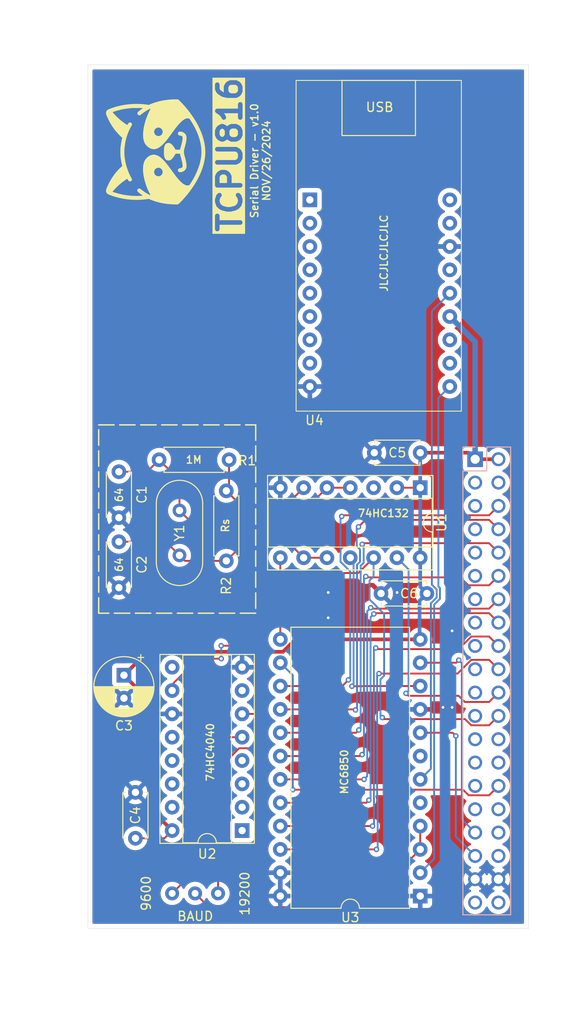
<source format=kicad_pcb>
(kicad_pcb (version 20240108) (generator "pcbnew") (generator_version "8.0")
  (layers (0 "F.Cu" jumper "Front") (31 "B.Cu" signal "Back") (34 "B.Paste" user) (35 "F.Paste" user) (36 "B.SilkS" user "B.Silkscreen") (37 "F.SilkS" user "F.Silkscreen") (38 "B.Mask" user) (39 "F.Mask" user) (44 "Edge.Cuts" user))
  (net 0 "")
  (net 1 "Net-(C1-Pad1)")
  (net 2 "GND")
  (net 3 "Net-(C2-Pad1)")
  (net 4 "+5V")
  (net 5 "/D2")
  (net 8 "/~{ED_WE}")
  (net 9 "/D6")
  (net 10 "/D4")
  (net 12 "/D5")
  (net 14 "/D7")
  (net 16 "/D1")
  (net 18 "/D3")
  (net 19 "/~{ED_OE}")
  (net 20 "/A1")
  (net 24 "/D0")
  (net 26 "/A0")
  (net 27 "Net-(R1-Pad2)")
  (net 28 "Net-(SW1-A)")
  (net 29 "Net-(SW1-B)")
  (net 30 "Net-(SW1-C)")
  (net 31 "Net-(U2-CLK)")
  (net 32 "Net-(U3-CS1)")
  (net 44 "Net-(U3-Tx_Data)")
  (net 47 "Net-(U3-Rx_Data)")
  (net 49 "/~{CLK_P2}")
  (footprint "Capacitor_THT:C_Disc_D4.7mm_W2.5mm_P5.00mm" (layer "F.Cu") (at 193.75 78.35 180)
    (property "Reference" "C6" (at 1.95 0 0) (layer "F.SilkS"))
    (property "Value" "100n")
    (pad "1" thru_hole circle (at 0 0 180) (size 1.6 1.6) (drill 0.8) (layers "*.Cu" "*.Mask") (net 4 "+5V"))
    (pad "2" thru_hole circle (at 5 0 180) (size 1.6 1.6) (drill 0.8) (layers "*.Cu" "*.Mask") (net 2 "GND"))
  )
  (footprint "Resistor_THT:R_Axial_DIN0207_L6.3mm_D2.5mm_P7.62mm_Horizontal" (layer "F.Cu") (at 171.9 67.18 -90)
    (property "Reference" "R2" (at 10.34 0.01 90) (layer "F.SilkS"))
    (property "Value" "1K")
    (pad "1" thru_hole circle (at 0 0 270) (size 1.6 1.6) (drill 0.8) (layers "*.Cu" "*.Mask") (net 27 "Net-(R1-Pad2)"))
    (pad "2" thru_hole oval (at 7.62 0 270) (size 1.6 1.6) (drill 0.8) (layers "*.Cu" "*.Mask") (net 3 "Net-(C2-Pad1)"))
  )
  (footprint "Package_DIP:DIP-14_W7.62mm_Socket" (layer "F.Cu") (at 193.02 66.84 -90)
    (property "Reference" "U1" (at 3.81 -2.33 90) (layer "F.SilkS"))
    (property "Value" "74HC132")
    (pad "1" thru_hole rect (at 0 0 270) (size 1.6 1.6) (drill 0.8) (layers "*.Cu" "*.Mask") (net 4 "+5V"))
    (pad "2" thru_hole oval (at 0 2.54 270) (size 1.6 1.6) (drill 0.8) (layers "*.Cu" "*.Mask") (net 4 "+5V"))
    (pad "3" thru_hole oval (at 0 5.08 270) (size 1.6 1.6) (drill 0.8) (layers "*.Cu" "*.Mask"))
    (pad "4" thru_hole oval (at 0 7.62 270) (size 1.6 1.6) (drill 0.8) (layers "*.Cu" "*.Mask") (net 1 "Net-(C1-Pad1)"))
    (pad "5" thru_hole oval (at 0 10.16 270) (size 1.6 1.6) (drill 0.8) (layers "*.Cu" "*.Mask") (net 1 "Net-(C1-Pad1)"))
    (pad "6" thru_hole oval (at 0 12.7 270) (size 1.6 1.6) (drill 0.8) (layers "*.Cu" "*.Mask") (net 27 "Net-(R1-Pad2)"))
    (pad "7" thru_hole oval (at 0 15.24 270) (size 1.6 1.6) (drill 0.8) (layers "*.Cu" "*.Mask") (net 2 "GND"))
    (pad "8" thru_hole oval (at 7.62 15.24 270) (size 1.6 1.6) (drill 0.8) (layers "*.Cu" "*.Mask") (net 31 "Net-(U2-CLK)"))
    (pad "9" thru_hole oval (at 7.62 12.7 270) (size 1.6 1.6) (drill 0.8) (layers "*.Cu" "*.Mask") (net 3 "Net-(C2-Pad1)"))
    (pad "10" thru_hole oval (at 7.62 10.16 270) (size 1.6 1.6) (drill 0.8) (layers "*.Cu" "*.Mask") (net 3 "Net-(C2-Pad1)"))
    (pad "11" thru_hole oval (at 7.62 7.62 270) (size 1.6 1.6) (drill 0.8) (layers "*.Cu" "*.Mask") (net 32 "Net-(U3-CS1)"))
    (pad "12" thru_hole oval (at 7.62 5.08 270) (size 1.6 1.6) (drill 0.8) (layers "*.Cu" "*.Mask") (net 8 "/~{ED_WE}"))
    (pad "13" thru_hole oval (at 7.62 2.54 270) (size 1.6 1.6) (drill 0.8) (layers "*.Cu" "*.Mask") (net 19 "/~{ED_OE}"))
    (pad "14" thru_hole oval (at 7.62 0 270) (size 1.6 1.6) (drill 0.8) (layers "*.Cu" "*.Mask") (net 4 "+5V"))
  )
  (footprint "Capacitor_THT:C_Disc_D4.7mm_W2.5mm_P5.00mm" (layer "F.Cu") (at 160.2 65.1 -90)
    (property "Reference" "C1" (at 2.5 -2.5 90) (layer "F.SilkS"))
    (property "Value" "64p")
    (pad "1" thru_hole circle (at 0 0 270) (size 1.6 1.6) (drill 0.8) (layers "*.Cu" "*.Mask") (net 1 "Net-(C1-Pad1)"))
    (pad "2" thru_hole circle (at 5 0 270) (size 1.6 1.6) (drill 0.8) (layers "*.Cu" "*.Mask") (net 2 "GND"))
  )
  (footprint "Crystal:Crystal_HC49-4H_Vertical" (layer "F.Cu") (at 166.8 69.32 -90)
    (property "Reference" "Y1" (at 2.45 0 90) (layer "F.SilkS"))
    (property "Value" "2.4576 MHz  - LC: 32pF")
    (pad "1" thru_hole circle (at 0 0 270) (size 1.5 1.5) (drill 0.8) (layers "*.Cu" "*.Mask") (net 1 "Net-(C1-Pad1)"))
    (pad "2" thru_hole circle (at 4.88 0 270) (size 1.5 1.5) (drill 0.8) (layers "*.Cu" "*.Mask") (net 3 "Net-(C2-Pad1)"))
  )
  (footprint "Package_DIP:DIP-16_W7.62mm_Socket" (layer "F.Cu") (at 173.62 104.16 180)
    (property "Reference" "U2" (at 3.81 -2.54 0) (layer "F.SilkS"))
    (property "Value" "74HC4040")
    (pad "1" thru_hole rect (at 0 0 180) (size 1.6 1.6) (drill 0.8) (layers "*.Cu" "*.Mask"))
    (pad "2" thru_hole oval (at 0 2.54 180) (size 1.6 1.6) (drill 0.8) (layers "*.Cu" "*.Mask"))
    (pad "3" thru_hole oval (at 0 5.08 180) (size 1.6 1.6) (drill 0.8) (layers "*.Cu" "*.Mask"))
    (pad "4" thru_hole oval (at 0 7.62 180) (size 1.6 1.6) (drill 0.8) (layers "*.Cu" "*.Mask"))
    (pad "5" thru_hole oval (at 0 10.16 180) (size 1.6 1.6) (drill 0.8) (layers "*.Cu" "*.Mask") (net 28 "Net-(SW1-A)"))
    (pad "6" thru_hole oval (at 0 12.7 180) (size 1.6 1.6) (drill 0.8) (layers "*.Cu" "*.Mask") (net 30 "Net-(SW1-C)"))
    (pad "7" thru_hole oval (at 0 15.24 180) (size 1.6 1.6) (drill 0.8) (layers "*.Cu" "*.Mask"))
    (pad "8" thru_hole oval (at 0 17.78 180) (size 1.6 1.6) (drill 0.8) (layers "*.Cu" "*.Mask") (net 2 "GND"))
    (pad "9" thru_hole oval (at 7.62 17.78 180) (size 1.6 1.6) (drill 0.8) (layers "*.Cu" "*.Mask"))
    (pad "10" thru_hole oval (at 7.62 15.24 180) (size 1.6 1.6) (drill 0.8) (layers "*.Cu" "*.Mask") (net 31 "Net-(U2-CLK)"))
    (pad "11" thru_hole oval (at 7.62 12.7 180) (size 1.6 1.6) (drill 0.8) (layers "*.Cu" "*.Mask") (net 2 "GND"))
    (pad "12" thru_hole oval (at 7.62 10.16 180) (size 1.6 1.6) (drill 0.8) (layers "*.Cu" "*.Mask"))
    (pad "13" thru_hole oval (at 7.62 7.62 180) (size 1.6 1.6) (drill 0.8) (layers "*.Cu" "*.Mask"))
    (pad "14" thru_hole oval (at 7.62 5.08 180) (size 1.6 1.6) (drill 0.8) (layers "*.Cu" "*.Mask"))
    (pad "15" thru_hole oval (at 7.62 2.54 180) (size 1.6 1.6) (drill 0.8) (layers "*.Cu" "*.Mask"))
    (pad "16" thru_hole oval (at 7.62 0 180) (size 1.6 1.6) (drill 0.8) (layers "*.Cu" "*.Mask") (net 4 "+5V"))
  )
  (footprint "Capacitor_THT:C_Disc_D4.7mm_W2.5mm_P5.00mm" (layer "F.Cu") (at 160.2 72.72 -90)
    (property "Reference" "C2" (at 2.5 -2.5 90) (layer "F.SilkS"))
    (property "Value" "64p")
    (pad "1" thru_hole circle (at 0 0 270) (size 1.6 1.6) (drill 0.8) (layers "*.Cu" "*.Mask") (net 3 "Net-(C2-Pad1)"))
    (pad "2" thru_hole circle (at 5 0 270) (size 1.6 1.6) (drill 0.8) (layers "*.Cu" "*.Mask") (net 2 "GND"))
  )
  (footprint "ftdi_module:ftdi_module" (layer "F.Cu") (at 181 35.505)
    (property "Reference" "U4" (at 0.5 24 0) (layer "F.SilkS"))
    (property "Value" "FTDI_MODULE")
    (fp_text user "USB" (at 6 -9.5 0) (layer "F.SilkS") (effects (justify left bottom)))
    (pad "1" thru_hole rect (at 0 0) (size 1.6 1.6) (drill 0.8) (layers "*.Cu" "*.Mask"))
    (pad "2" thru_hole oval (at 0 2.54) (size 1.6 1.6) (drill 0.8) (layers "*.Cu" "*.Mask"))
    (pad "3" thru_hole oval (at 0 5.08) (size 1.6 1.6) (drill 0.8) (layers "*.Cu" "*.Mask"))
    (pad "4" thru_hole oval (at 0 7.62) (size 1.6 1.6) (drill 0.8) (layers "*.Cu" "*.Mask"))
    (pad "5" thru_hole oval (at 0 10.16) (size 1.6 1.6) (drill 0.8) (layers "*.Cu" "*.Mask"))
    (pad "6" thru_hole oval (at 0 12.7) (size 1.6 1.6) (drill 0.8) (layers "*.Cu" "*.Mask"))
    (pad "7" thru_hole oval (at 0 15.24) (size 1.6 1.6) (drill 0.8) (layers "*.Cu" "*.Mask"))
    (pad "8" thru_hole oval (at 0 17.78) (size 1.6 1.6) (drill 0.8) (layers "*.Cu" "*.Mask"))
    (pad "9" thru_hole oval (at 0 20.32) (size 1.6 1.6) (drill 0.8) (layers "*.Cu" "*.Mask") (net 2 "GND"))
    (pad "10" thru_hole oval (at 15.24 20.32) (size 1.6 1.6) (drill 0.8) (layers "*.Cu" "*.Mask") (net 47 "Net-(U3-Rx_Data)"))
    (pad "11" thru_hole oval (at 15.24 17.78) (size 1.6 1.6) (drill 0.8) (layers "*.Cu" "*.Mask"))
    (pad "12" thru_hole oval (at 15.24 15.24) (size 1.6 1.6) (drill 0.8) (layers "*.Cu" "*.Mask"))
    (pad "13" thru_hole oval (at 15.24 12.7) (size 1.6 1.6) (drill 0.8) (layers "*.Cu" "*.Mask") (net 4 "+5V"))
    (pad "14" thru_hole oval (at 15.24 10.16) (size 1.6 1.6) (drill 0.8) (layers "*.Cu" "*.Mask") (net 44 "Net-(U3-Tx_Data)"))
    (pad "15" thru_hole oval (at 15.24 7.62) (size 1.6 1.6) (drill 0.8) (layers "*.Cu" "*.Mask"))
    (pad "16" thru_hole oval (at 15.24 5.08) (size 1.6 1.6) (drill 0.8) (layers "*.Cu" "*.Mask") (net 2 "GND"))
    (pad "17" thru_hole oval (at 15.24 2.54) (size 1.6 1.6) (drill 0.8) (layers "*.Cu" "*.Mask"))
    (pad "18" thru_hole oval (at 15.24 0) (size 1.6 1.6) (drill 0.8) (layers "*.Cu" "*.Mask"))
  )
  (footprint "Capacitor_THT:C_Disc_D4.7mm_W2.5mm_P5.00mm" (layer "F.Cu") (at 162 105 90)
    (property "Reference" "C4" (at 2.5 0 90) (layer "F.SilkS"))
    (property "Value" "100n")
    (pad "1" thru_hole circle (at 0 0 90) (size 1.6 1.6) (drill 0.8) (layers "*.Cu" "*.Mask") (net 4 "+5V"))
    (pad "2" thru_hole circle (at 5 0 90) (size 1.6 1.6) (drill 0.8) (layers "*.Cu" "*.Mask") (net 2 "GND"))
  )
  (footprint "LOGO" (layer "F.Cu") (at 164.25 30.25 90)
    (property "Reference" "G***" (hide yes))
    (property "Value" "LOGO" (hide yes))
  )
  (footprint "slide_switch:spdt_slide_switch" (layer "F.Cu") (at 168.5 111)
    (property "Reference" "BAUD" (at 0.02 2.49 0) (layer "F.SilkS"))
    (property "Value" "SW_SPDT")
    (pad "1" thru_hole circle (at -2.5 0) (size 1.524 1.524) (drill 0.762) (layers "*.Cu" "*.Mask") (net 28 "Net-(SW1-A)"))
    (pad "2" thru_hole circle (at 0 0) (size 1.524 1.524) (drill 0.762) (layers "*.Cu" "*.Mask") (net 29 "Net-(SW1-B)"))
    (pad "3" thru_hole circle (at 2.5 0) (size 1.524 1.524) (drill 0.762) (layers "*.Cu" "*.Mask") (net 30 "Net-(SW1-C)"))
  )
  (footprint "Resistor_THT:R_Axial_DIN0207_L6.3mm_D2.5mm_P7.62mm_Horizontal" (layer "F.Cu") (at 164.58 63.8)
    (property "Reference" "R1" (at 9.6 0.09 0) (layer "F.SilkS"))
    (property "Value" "1M")
    (pad "1" thru_hole circle (at 0 0) (size 1.6 1.6) (drill 0.8) (layers "*.Cu" "*.Mask") (net 1 "Net-(C1-Pad1)"))
    (pad "2" thru_hole oval (at 7.62 0) (size 1.6 1.6) (drill 0.8) (layers "*.Cu" "*.Mask") (net 27 "Net-(R1-Pad2)"))
  )
  (footprint "Capacitor_THT:C_Disc_D4.7mm_W2.5mm_P5.00mm" (layer "F.Cu") (at 193.02 63.03 180)
    (property "Reference" "C5" (at 2.5 0 0) (layer "F.SilkS"))
    (property "Value" "100n")
    (pad "1" thru_hole circle (at 0 0 180) (size 1.6 1.6) (drill 0.8) (layers "*.Cu" "*.Mask") (net 4 "+5V"))
    (pad "2" thru_hole circle (at 5 0 180) (size 1.6 1.6) (drill 0.8) (layers "*.Cu" "*.Mask") (net 2 "GND"))
  )
  (footprint "Capacitor_THT:CP_Radial_D6.3mm_P2.50mm" (layer "F.Cu") (at 160.75 87.25 -90)
    (property "Reference" "C3" (at 5.5 0 180) (layer "F.SilkS"))
    (property "Value" "22u")
    (pad "1" thru_hole rect (at 0 0 270) (size 1.6 1.6) (drill 0.8) (layers "*.Cu" "*.Mask") (net 4 "+5V"))
    (pad "2" thru_hole circle (at 2.5 0 270) (size 1.6 1.6) (drill 0.8) (layers "*.Cu" "*.Mask") (net 2 "GND"))
  )
  (footprint "Package_DIP:DIP-24_W15.24mm" (layer "F.Cu") (at 193.02 111.29 180)
    (property "Reference" "U3" (at 7.62 -2.33 0) (layer "F.SilkS"))
    (property "Value" "MC6850")
    (pad "1" thru_hole rect (at 0 0 180) (size 1.6 1.6) (drill 0.8) (layers "*.Cu" "*.Mask") (net 2 "GND"))
    (pad "2" thru_hole oval (at 0 2.54 180) (size 1.6 1.6) (drill 0.8) (layers "*.Cu" "*.Mask") (net 47 "Net-(U3-Rx_Data)"))
    (pad "3" thru_hole oval (at 0 5.08 180) (size 1.6 1.6) (drill 0.8) (layers "*.Cu" "*.Mask") (net 29 "Net-(SW1-B)"))
    (pad "4" thru_hole oval (at 0 7.62 180) (size 1.6 1.6) (drill 0.8) (layers "*.Cu" "*.Mask") (net 29 "Net-(SW1-B)"))
    (pad "5" thru_hole oval (at 0 10.16 180) (size 1.6 1.6) (drill 0.8) (layers "*.Cu" "*.Mask"))
    (pad "6" thru_hole oval (at 0 12.7 180) (size 1.6 1.6) (drill 0.8) (layers "*.Cu" "*.Mask") (net 44 "Net-(U3-Tx_Data)"))
    (pad "7" thru_hole oval (at 0 15.24 180) (size 1.6 1.6) (drill 0.8) (layers "*.Cu" "*.Mask"))
    (pad "8" thru_hole oval (at 0 17.78 180) (size 1.6 1.6) (drill 0.8) (layers "*.Cu" "*.Mask") (net 26 "/A0"))
    (pad "9" thru_hole oval (at 0 20.32 180) (size 1.6 1.6) (drill 0.8) (layers "*.Cu" "*.Mask") (net 2 "GND"))
    (pad "10" thru_hole oval (at 0 22.86 180) (size 1.6 1.6) (drill 0.8) (layers "*.Cu" "*.Mask") (net 32 "Net-(U3-CS1)"))
    (pad "11" thru_hole oval (at 0 25.4 180) (size 1.6 1.6) (drill 0.8) (layers "*.Cu" "*.Mask") (net 20 "/A1"))
    (pad "12" thru_hole oval (at 0 27.94 180) (size 1.6 1.6) (drill 0.8) (layers "*.Cu" "*.Mask") (net 4 "+5V"))
    (pad "13" thru_hole oval (at 15.24 27.94 180) (size 1.6 1.6) (drill 0.8) (layers "*.Cu" "*.Mask") (net 8 "/~{ED_WE}"))
    (pad "14" thru_hole oval (at 15.24 25.4 180) (size 1.6 1.6) (drill 0.8) (layers "*.Cu" "*.Mask") (net 49 "/~{CLK_P2}"))
    (pad "15" thru_hole oval (at 15.24 22.86 180) (size 1.6 1.6) (drill 0.8) (layers "*.Cu" "*.Mask") (net 14 "/D7"))
    (pad "16" thru_hole oval (at 15.24 20.32 180) (size 1.6 1.6) (drill 0.8) (layers "*.Cu" "*.Mask") (net 9 "/D6"))
    (pad "17" thru_hole oval (at 15.24 17.78 180) (size 1.6 1.6) (drill 0.8) (layers "*.Cu" "*.Mask") (net 12 "/D5"))
    (pad "18" thru_hole oval (at 15.24 15.24 180) (size 1.6 1.6) (drill 0.8) (layers "*.Cu" "*.Mask") (net 10 "/D4"))
    (pad "19" thru_hole oval (at 15.24 12.7 180) (size 1.6 1.6) (drill 0.8) (layers "*.Cu" "*.Mask") (net 18 "/D3"))
    (pad "20" thru_hole oval (at 15.24 10.16 180) (size 1.6 1.6) (drill 0.8) (layers "*.Cu" "*.Mask") (net 5 "/D2"))
    (pad "21" thru_hole oval (at 15.24 7.62 180) (size 1.6 1.6) (drill 0.8) (layers "*.Cu" "*.Mask") (net 16 "/D1"))
    (pad "22" thru_hole oval (at 15.24 5.08 180) (size 1.6 1.6) (drill 0.8) (layers "*.Cu" "*.Mask") (net 24 "/D0"))
    (pad "23" thru_hole oval (at 15.24 2.54 180) (size 1.6 1.6) (drill 0.8) (layers "*.Cu" "*.Mask") (net 2 "GND"))
    (pad "24" thru_hole oval (at 15.24 0 180) (size 1.6 1.6) (drill 0.8) (layers "*.Cu" "*.Mask") (net 2 "GND"))
  )
  (footprint "Connector_PinSocket_2.54mm:PinSocket_2x20_P2.54mm_Vertical" (layer "B.Cu") (at 200.27 62.724 180)
    (property "Reference" "J1" (hide yes))
    (property "Value" "Conn_02x20_Counter_Clockwise" (hide yes))
    (pad "1" thru_hole rect (at 1.27 -1.016 180) (size 1.7 1.7) (drill 1) (layers "*.Cu" "*.Mask") (net 4 "+5V"))
    (pad "2" thru_hole circle (at 1.27 -3.556 180) (size 1.524 1.524) (drill 1) (layers "*.Cu" "*.Mask"))
    (pad "3" thru_hole circle (at 1.27 -6.096 180) (size 1.524 1.524) (drill 1) (layers "*.Cu" "*.Mask"))
    (pad "4" thru_hole circle (at 1.27 -8.636 180) (size 1.524 1.524) (drill 1) (layers "*.Cu" "*.Mask"))
    (pad "5" thru_hole circle (at 1.27 -11.176 180) (size 1.524 1.524) (drill 1) (layers "*.Cu" "*.Mask"))
    (pad "6" thru_hole circle (at 1.27 -13.716 180) (size 1.524 1.524) (drill 1) (layers "*.Cu" "*.Mask"))
    (pad "7" thru_hole circle (at 1.27 -16.256 180) (size 1.524 1.524) (drill 1) (layers "*.Cu" "*.Mask"))
    (pad "8" thru_hole circle (at 1.27 -18.796 180) (size 1.524 1.524) (drill 1) (layers "*.Cu" "*.Mask"))
    (pad "9" thru_hole circle (at 1.27 -21.336 180) (size 1.524 1.524) (drill 1) (layers "*.Cu" "*.Mask"))
    (pad "10" thru_hole circle (at 1.27 -23.876 180) (size 1.524 1.524) (drill 1) (layers "*.Cu" "*.Mask"))
    (pad "11" thru_hole circle (at 1.27 -26.416 180) (size 1.524 1.524) (drill 1) (layers "*.Cu" "*.Mask"))
    (pad "12" thru_hole circle (at 1.27 -28.956 180) (size 1.524 1.524) (drill 1) (layers "*.Cu" "*.Mask"))
    (pad "13" thru_hole circle (at 1.27 -31.496 180) (size 1.524 1.524) (drill 1) (layers "*.Cu" "*.Mask"))
    (pad "14" thru_hole circle (at 1.27 -34.036 180) (size 1.524 1.524) (drill 1) (layers "*.Cu" "*.Mask"))
    (pad "15" thru_hole circle (at 1.27 -36.576 180) (size 1.524 1.524) (drill 1) (layers "*.Cu" "*.Mask"))
    (pad "16" thru_hole circle (at 1.27 -39.116 180) (size 1.524 1.524) (drill 1) (layers "*.Cu" "*.Mask"))
    (pad "17" thru_hole circle (at 1.27 -41.656 180) (size 1.524 1.524) (drill 1) (layers "*.Cu" "*.Mask") (net 20 "/A1"))
    (pad "18" thru_hole circle (at 1.27 -44.196 180) (size 1.524 1.524) (drill 1) (layers "*.Cu" "*.Mask") (net 26 "/A0"))
    (pad "19" thru_hole circle (at 1.27 -46.736 180) (size 1.524 1.524) (drill 1) (layers "*.Cu" "*.Mask") (net 2 "GND"))
    (pad "20" thru_hole circle (at 1.27 -49.276 180) (size 1.524 1.524) (drill 1) (layers "*.Cu" "*.Mask"))
    (pad "21" thru_hole circle (at -1.27 -49.276 180) (size 1.524 1.524) (drill 1) (layers "*.Cu" "*.Mask"))
    (pad "22" thru_hole circle (at -1.27 -46.736 180) (size 1.524 1.524) (drill 1) (layers "*.Cu" "*.Mask") (net 2 "GND"))
    (pad "23" thru_hole circle (at -1.27 -44.196 180) (size 1.524 1.524) (drill 1) (layers "*.Cu" "*.Mask"))
    (pad "24" thru_hole circle (at -1.27 -41.656 180) (size 1.524 1.524) (drill 1) (layers "*.Cu" "*.Mask"))
    (pad "25" thru_hole circle (at -1.27 -39.116 180) (size 1.524 1.524) (drill 1) (layers "*.Cu" "*.Mask"))
    (pad "26" thru_hole circle (at -1.27 -36.576 180) (size 1.524 1.524) (drill 1) (layers "*.Cu" "*.Mask") (net 49 "/~{CLK_P2}"))
    (pad "27" thru_hole circle (at -1.27 -34.036 180) (size 1.524 1.524) (drill 1) (layers "*.Cu" "*.Mask"))
    (pad "28" thru_hole circle (at -1.27 -31.496 180) (size 1.524 1.524) (drill 1) (layers "*.Cu" "*.Mask"))
    (pad "29" thru_hole circle (at -1.27 -28.956 180) (size 1.524 1.524) (drill 1) (layers "*.Cu" "*.Mask") (net 8 "/~{ED_WE}"))
    (pad "30" thru_hole circle (at -1.27 -26.416 180) (size 1.524 1.524) (drill 1) (layers "*.Cu" "*.Mask") (net 19 "/~{ED_OE}"))
    (pad "31" thru_hole circle (at -1.27 -23.876 180) (size 1.524 1.524) (drill 1) (layers "*.Cu" "*.Mask") (net 24 "/D0"))
    (pad "32" thru_hole circle (at -1.27 -21.336 180) (size 1.524 1.524) (drill 1) (layers "*.Cu" "*.Mask") (net 16 "/D1"))
    (pad "33" thru_hole circle (at -1.27 -18.796 180) (size 1.524 1.524) (drill 1) (layers "*.Cu" "*.Mask") (net 5 "/D2"))
    (pad "34" thru_hole circle (at -1.27 -16.256 180) (size 1.524 1.524) (drill 1) (layers "*.Cu" "*.Mask") (net 18 "/D3"))
    (pad "35" thru_hole circle (at -1.27 -13.716 180) (size 1.524 1.524) (drill 1) (layers "*.Cu" "*.Mask") (net 10 "/D4"))
    (pad "36" thru_hole circle (at -1.27 -11.176 180) (size 1.524 1.524) (drill 1) (layers "*.Cu" "*.Mask") (net 12 "/D5"))
    (pad "37" thru_hole circle (at -1.27 -8.636 180) (size 1.524 1.524) (drill 1) (layers "*.Cu" "*.Mask") (net 9 "/D6"))
    (pad "38" thru_hole circle (at -1.27 -6.096 180) (size 1.524 1.524) (drill 1) (layers "*.Cu" "*.Mask") (net 14 "/D7"))
    (pad "39" thru_hole circle (at -1.27 -3.556 180) (size 1.524 1.524) (drill 1) (layers "*.Cu" "*.Mask"))
    (pad "40" thru_hole circle (at -1.27 -1.016 180) (size 1.524 1.524) (drill 1) (layers "*.Cu" "*.Mask") (net 4 "+5V"))
  )
  (gr_rect (start 158 60) (end 175.1 80.5) (stroke (width 0.1524) (type dash)) (fill none) (layer "F.SilkS"))
  (gr_rect (start 156.82 20.81) (end 204.82 114.81) (stroke (width 0.0381)) (fill none) (layer "Edge.Cuts"))
  (gr_text "19200" (at 174.5 113.5 90) (layer "F.SilkS") (effects (font (size 1 1) (thickness 0.1524) (bold yes)) (justify left bottom)))
  (gr_text "Rs" (at 172.27 71.79 90) (layer "F.SilkS") (effects (font (size 0.8128 0.8128) (thickness 0.1524) (bold yes)) (justify left bottom)))
  (gr_text "1M" (at 167.4 64.27 0) (layer "F.SilkS") (effects (font (size 0.8128 0.8128) (thickness 0.1524) (bold yes)) (justify left bottom)))
  (gr_text "64" (at 160.7 76.1 90) (layer "F.SilkS") (effects (font (size 0.8128 0.8128) (thickness 0.1524) (bold yes)) (justify left bottom)))
  (gr_text "Serial Driver - v1.0\nNOV/26/2024" (at 176.75 31.25 90) (layer "F.SilkS") (effects (font (size 0.8128 0.8128) (thickness 0.1524) (bold yes)) (justify bottom)))
  (gr_text "MC6850" (at 185.23 100.29 90) (layer "F.SilkS") (effects (font (size 0.8128 0.8128) (thickness 0.1524) (bold yes)) (justify left bottom)))
  (gr_text "9600" (at 163.75 113 90) (layer "F.SilkS") (effects (font (size 1 1) (thickness 0.1524) (bold yes)) (justify left bottom)))
  (gr_text "64" (at 160.7 68.5 90) (layer "F.SilkS") (effects (font (size 0.8128 0.8128) (thickness 0.1524) (bold yes)) (justify left bottom)))
  (gr_text "TCPU816" (at 173.75 39.25 90) (layer "F.SilkS" knockout) (effects (font (size 2.5 2.5) (thickness 0.5) (bold yes)) (justify left bottom)))
  (gr_text "74HC4040" (at 170.63 98.89 90) (layer "F.SilkS") (effects (font (size 0.8128 0.8128) (thickness 0.1524) (bold yes)) (justify left bottom)))
  (gr_text "74HC132" (at 186.14 70.1 0) (layer "F.SilkS") (effects (font (size 0.8128 0.8128) (thickness 0.1524) (bold yes)) (justify left bottom)))
  (gr_text "JLCJLCJLCJLC" (at 189.55 45.59 90) (layer "F.SilkS") (effects (font (size 0.8128 0.8128) (thickness 0.1524) (bold yes)) (justify left bottom)))
  (segment (start 160.2 65.1) (end 163.28 65.1) (width 0.2) (layer "F.Cu") (net 1))
  (segment (start 182.86 66.84) (end 185.4 66.84) (width 0.2) (layer "F.Cu") (net 1))
  (segment (start 166.8 66.02) (end 164.58 63.8) (width 0.2) (layer "F.Cu") (net 1))
  (segment (start 168.08 70.6) (end 166.8 69.32) (width 0.2) (layer "F.Cu") (net 1))
  (segment (start 182.86 66.84) (end 179.1 70.6) (width 0.2) (layer "F.Cu") (net 1))
  (segment (start 163.28 65.1) (end 164.58 63.8) (width 0.2) (layer "F.Cu") (net 1))
  (segment (start 166.8 69.32) (end 166.8 66.02) (width 0.2) (layer "F.Cu") (net 1))
  (segment (start 179.1 70.6) (end 168.08 70.6) (width 0.2) (layer "F.Cu") (net 1))
  (via (at 183 78.25) (size 0.6) (drill 0.3) (layers "F.Cu" "B.Cu") (net 2))
  (via (at 195.5 90.75) (size 0.6) (drill 0.3) (layers "F.Cu" "B.Cu") (net 2))
  (via (at 196.49 82.42) (size 0.6) (drill 0.3) (layers "F.Cu" "B.Cu") (net 2))
  (via (at 190.5 78.25) (size 0.6) (drill 0.3) (layers "F.Cu" "B.Cu") (net 2))
  (via (at 196.5 90.75) (size 0.6) (drill 0.3) (layers "F.Cu" "B.Cu") (net 2))
  (via (at 183 81) (size 0.6) (drill 0.3) (layers "F.Cu" "B.Cu") (net 2))
  (segment (start 178.36 72.5) (end 180.32 74.46) (width 0.2) (layer "F.Cu") (net 3))
  (segment (start 165.32 72.72) (end 166.8 74.2) (width 0.2) (layer "F.Cu") (net 3))
  (segment (start 160.2 72.72) (end 165.32 72.72) (width 0.2) (layer "F.Cu") (net 3))
  (segment (start 171.9 74.8) (end 167.4 74.8) (width 0.2) (layer "F.Cu") (net 3))
  (segment (start 180.32 74.46) (end 182.86 74.46) (width 0.2) (layer "F.Cu") (net 3))
  (segment (start 171.9 74.8) (end 174.2 72.5) (width 0.2) (layer "F.Cu") (net 3))
  (segment (start 174.2 72.5) (end 178.36 72.5) (width 0.2) (layer "F.Cu") (net 3))
  (segment (start 167.4 74.8) (end 166.8 74.2) (width 0.2) (layer "F.Cu") (net 3))
  (segment (start 190.48 66.84) (end 193.02 66.84) (width 0.2) (layer "F.Cu") (net 4))
  (segment (start 198.29 63.03) (end 199 63.74) (width 0.4) (layer "F.Cu") (net 4))
  (segment (start 178.070488 84.7) (end 163.3 84.7) (width 0.4) (layer "F.Cu") (net 4))
  (segment (start 162 105) (end 165.16 105) (width 0.2) (layer "F.Cu") (net 4))
  (segment (start 199 63.74) (end 201.54 63.74) (width 0.4) (layer "F.Cu") (net 4))
  (segment (start 163.3 84.7) (end 160.75 87.25) (width 0.4) (layer "F.Cu") (net 4))
  (segment (start 164.23 90.73) (end 164.23 102.17) (width 0.4) (layer "F.Cu") (net 4))
  (segment (start 179.420488 83.35) (end 178.070488 84.7) (width 0.4) (layer "F.Cu") (net 4))
  (segment (start 193.02 63.03) (end 198.29 63.03) (width 0.4) (layer "F.Cu") (net 4))
  (segment (start 164.24 102.4) (end 166 104.16) (width 0.4) (layer "F.Cu") (net 4))
  (segment (start 193.02 83.35) (end 179.420488 83.35) (width 0.4) (layer "F.Cu") (net 4))
  (segment (start 164.24 102.18) (end 164.24 102.4) (width 0.4) (layer "F.Cu") (net 4))
  (segment (start 164.23 102.17) (end 164.24 102.18) (width 0.4) (layer "F.Cu") (net 4))
  (segment (start 165.16 105) (end 166 104.16) (width 0.2) (layer "F.Cu") (net 4))
  (segment (start 160.75 87.25) (end 164.23 90.73) (width 0.4) (layer "F.Cu") (net 4))
  (segment (start 193.02 74.46) (end 193.02 77.62) (width 0.4) (layer "B.Cu") (net 4))
  (segment (start 193.02 74.46) (end 193.02 66.84) (width 0.4) (layer "B.Cu") (net 4))
  (segment (start 192.950001 83.280001) (end 193.02 83.35) (width 0.4) (layer "B.Cu") (net 4))
  (segment (start 192.950001 79.149999) (end 192.950001 83.280001) (width 0.4) (layer "B.Cu") (net 4))
  (segment (start 193.75 78.35) (end 192.950001 79.149999) (width 0.4) (layer "B.Cu") (net 4))
  (segment (start 196.24 48.205) (end 199 50.965) (width 0.6) (layer "B.Cu") (net 4))
  (segment (start 199 50.965) (end 199 63.74) (width 0.6) (layer "B.Cu") (net 4))
  (segment (start 193.02 77.62) (end 193.75 78.35) (width 0.4) (layer "B.Cu") (net 4))
  (segment (start 193.02 63.03) (end 193.02 66.84) (width 0.4) (layer "B.Cu") (net 4))
  (segment (start 187.968158 80.57812) (end 188.048278 80.498) (width 0.2) (layer "F.Cu") (net 5))
  (segment (start 200.518 80.498) (end 201.54 81.52) (width 0.2) (layer "F.Cu") (net 5))
  (segment (start 187.425 100.85) (end 187.145 101.13) (width 0.2) (layer "F.Cu") (net 5))
  (segment (start 188.048278 80.498) (end 200.518 80.498) (width 0.2) (layer "F.Cu") (net 5))
  (segment (start 187.145 101.13) (end 177.78 101.13) (width 0.2) (layer "F.Cu") (net 5))
  (via (at 187.968158 80.57812) (size 0.6) (drill 0.3) (layers "F.Cu" "B.Cu") (net 5))
  (via (at 187.425 100.85) (size 0.6) (drill 0.3) (layers "F.Cu" "B.Cu") (net 5))
  (segment (start 187.61 80.936278) (end 187.61 100.665) (width 0.2) (layer "B.Cu") (net 5))
  (segment (start 187.61 100.665) (end 187.425 100.85) (width 0.2) (layer "B.Cu") (net 5))
  (segment (start 187.968158 80.57812) (end 187.61 80.936278) (width 0.2) (layer "B.Cu") (net 5))
  (segment (start 197.904673 92.03) (end 198.576673 92.702) (width 0.2) (layer "F.Cu") (net 8))
  (segment (start 186.275 76.125) (end 187.94 74.46) (width 0.2) (layer "F.Cu") (net 8))
  (segment (start 177.78 83.35) (end 177.78 80.97) (width 0.2) (layer "F.Cu") (net 8))
  (segment (start 177.78 80.97) (end 182.625 76.125) (width 0.2) (layer "F.Cu") (net 8))
  (segment (start 188.89 91.86) (end 189.06 92.03) (width 0.2) (layer "F.Cu") (net 8))
  (segment (start 200.518 92.702) (end 201.54 91.68) (width 0.2) (layer "F.Cu") (net 8))
  (segment (start 198.576673 92.702) (end 200.518 92.702) (width 0.2) (layer "F.Cu") (net 8))
  (segment (start 189.06 92.03) (end 197.904673 92.03) (width 0.2) (layer "F.Cu") (net 8))
  (segment (start 182.625 76.125) (end 186.275 76.125) (width 0.2) (layer "F.Cu") (net 8))
  (via (at 188.89 91.86) (size 0.6) (drill 0.3) (layers "F.Cu" "B.Cu") (net 8))
  (segment (start 188.185 79.66804) (end 187.85696 79.34) (width 0.2) (layer "B.Cu") (net 8))
  (segment (start 189.09 80.59) (end 188.185 79.685) (width 0.2) (layer "B.Cu") (net 8))
  (segment (start 187.84 79.34) (end 187.5 79) (width 0.2) (layer "B.Cu") (net 8))
  (segment (start 187.5 79) (end 187.5 76.94) (width 0.2) (layer "B.Cu") (net 8))
  (segment (start 189.09 87.30196) (end 189.09 80.59) (width 0.2) (layer "B.Cu") (net 8))
  (segment (start 187.94 76.5) (end 187.94 74.46) (width 0.2) (layer "B.Cu") (net 8))
  (segment (start 188.89 91.86) (end 188.69 91.66) (width 0.2) (layer "B.Cu") (net 8))
  (segment (start 188.69 91.66) (end 188.69 87.70196) (width 0.2) (layer "B.Cu") (net 8))
  (segment (start 187.5 76.94) (end 187.94 76.5) (width 0.2) (layer "B.Cu") (net 8))
  (segment (start 188.185 79.685) (end 188.185 79.66804) (width 0.2) (layer "B.Cu") (net 8))
  (segment (start 187.85696 79.34) (end 187.84 79.34) (width 0.2) (layer "B.Cu") (net 8))
  (segment (start 188.69 87.70196) (end 189.09 87.30196) (width 0.2) (layer "B.Cu") (net 8))
  (segment (start 200.518 70.338) (end 201.54 71.36) (width 0.2) (layer "F.Cu") (net 9))
  (segment (start 185.97 91.03) (end 185.91 90.97) (width 0.2) (layer "F.Cu") (net 9))
  (segment (start 185.91 90.97) (end 177.78 90.97) (width 0.2) (layer "F.Cu") (net 9))
  (segment (start 187.062 70.338) (end 200.518 70.338) (width 0.2) (layer "F.Cu") (net 9))
  (segment (start 186.3 71.1) (end 187.062 70.338) (width 0.2) (layer "F.Cu") (net 9))
  (via (at 186.3 71.1) (size 0.6) (drill 0.3) (layers "F.Cu" "B.Cu") (net 9))
  (via (at 185.97 91.03) (size 0.6) (drill 0.3) (layers "F.Cu" "B.Cu") (net 9))
  (segment (start 186.14 90.86) (end 186.14 75.219067) (width 0.2) (layer "B.Cu") (net 9))
  (segment (start 186.14 75.219067) (end 186.46 74.899067) (width 0.2) (layer "B.Cu") (net 9))
  (segment (start 186.1 73.19196) (end 186.1 71.3) (width 0.2) (layer "B.Cu") (net 9))
  (segment (start 185.97 91.03) (end 186.14 90.86) (width 0.2) (layer "B.Cu") (net 9))
  (segment (start 186.46 74.899067) (end 186.46 73.55196) (width 0.2) (layer "B.Cu") (net 9))
  (segment (start 186.46 73.55196) (end 186.1 73.19196) (width 0.2) (layer "B.Cu") (net 9))
  (segment (start 186.1 71.3) (end 186.3 71.1) (width 0.2) (layer "B.Cu") (net 9))
  (segment (start 186.53 96.05) (end 177.78 96.05) (width 0.2) (layer "F.Cu") (net 10))
  (segment (start 186.69 95.89) (end 186.53 96.05) (width 0.2) (layer "F.Cu") (net 10))
  (segment (start 200.518 77.462) (end 201.54 76.44) (width 0.2) (layer "F.Cu") (net 10))
  (segment (start 198.256673 77.462) (end 200.518 77.462) (width 0.2) (layer "F.Cu") (net 10))
  (segment (start 197.394673 76.6) (end 198.256673 77.462) (width 0.2) (layer "F.Cu") (net 10))
  (segment (start 187.09 76.5) (end 187.19 76.6) (width 0.2) (layer "F.Cu") (net 10))
  (segment (start 187.19 76.6) (end 197.394673 76.6) (width 0.2) (layer "F.Cu") (net 10))
  (via (at 187.09 76.5) (size 0.6) (drill 0.3) (layers "F.Cu" "B.Cu") (net 10))
  (via (at 186.69 95.89) (size 0.6) (drill 0.3) (layers "F.Cu" "B.Cu") (net 10))
  (segment (start 187.09 76.5) (end 186.89 76.7) (width 0.2) (layer "B.Cu") (net 10))
  (segment (start 186.89 95.69) (end 186.69 95.89) (width 0.2) (layer "B.Cu") (net 10))
  (segment (start 186.89 76.7) (end 186.89 95.69) (width 0.2) (layer "B.Cu") (net 10))
  (segment (start 186.822 72.878) (end 200.518 72.878) (width 0.2) (layer "F.Cu") (net 12))
  (segment (start 186.33 93.21) (end 186.03 93.51) (width 0.2) (layer "F.Cu") (net 12))
  (segment (start 186.7 73) (end 186.822 72.878) (width 0.2) (layer "F.Cu") (net 12))
  (segment (start 200.518 72.878) (end 201.54 73.9) (width 0.2) (layer "F.Cu") (net 12))
  (segment (start 186.03 93.51) (end 177.78 93.51) (width 0.2) (layer "F.Cu") (net 12))
  (via (at 186.33 93.21) (size 0.6) (drill 0.3) (layers "F.Cu" "B.Cu") (net 12))
  (via (at 186.7 73) (size 0.6) (drill 0.3) (layers "F.Cu" "B.Cu") (net 12))
  (segment (start 186.53 93.01) (end 186.53 75.338183) (width 0.2) (layer "B.Cu") (net 12))
  (segment (start 186.86 75.008183) (end 186.86 73.16) (width 0.2) (layer "B.Cu") (net 12))
  (segment (start 186.53 75.338183) (end 186.86 75.008183) (width 0.2) (layer "B.Cu") (net 12))
  (segment (start 186.86 73.16) (end 186.7 73) (width 0.2) (layer "B.Cu") (net 12))
  (segment (start 186.33 93.21) (end 186.53 93.01) (width 0.2) (layer "B.Cu") (net 12))
  (segment (start 184.47 69.96) (end 184.588 69.842) (width 0.2) (layer "F.Cu") (net 14))
  (segment (start 184.588 69.842) (end 200.518 69.842) (width 0.2) (layer "F.Cu") (net 14))
  (segment (start 185.2 87.76) (end 184.53 88.43) (width 0.2) (layer "F.Cu") (net 14))
  (segment (start 200.518 69.842) (end 201.54 68.82) (width 0.2) (layer "F.Cu") (net 14))
  (segment (start 184.53 88.43) (end 177.78 88.43) (width 0.2) (layer "F.Cu") (net 14))
  (via (at 184.47 69.96) (size 0.6) (drill 0.3) (layers "F.Cu" "B.Cu") (net 14))
  (via (at 185.2 87.76) (size 0.6) (drill 0.3) (layers "F.Cu" "B.Cu") (net 14))
  (segment (start 184.34 70.09) (end 184.34 74.899067) (width 0.2) (layer "B.Cu") (net 14))
  (segment (start 185.4 87.56) (end 185.2 87.76) (width 0.2) (layer "B.Cu") (net 14))
  (segment (start 184.47 69.96) (end 184.34 70.09) (width 0.2) (layer "B.Cu") (net 14))
  (segment (start 185.4 75.959067) (end 185.4 87.56) (width 0.2) (layer "B.Cu") (net 14))
  (segment (start 184.34 74.899067) (end 185.4 75.959067) (width 0.2) (layer "B.Cu") (net 14))
  (segment (start 197.204673 84.41) (end 198.576673 83.038) (width 0.2) (layer "F.Cu") (net 16))
  (segment (start 188.17 84.28) (end 188.3 84.41) (width 0.2) (layer "F.Cu") (net 16))
  (segment (start 187.825 103.67) (end 177.78 103.67) (width 0.2) (layer "F.Cu") (net 16))
  (segment (start 188.3 84.41) (end 197.204673 84.41) (width 0.2) (layer "F.Cu") (net 16))
  (segment (start 198.576673 83.038) (end 200.518 83.038) (width 0.2) (layer "F.Cu") (net 16))
  (segment (start 200.518 83.038) (end 201.54 84.06) (width 0.2) (layer "F.Cu") (net 16))
  (via (at 187.825 103.67) (size 0.6) (drill 0.3) (layers "F.Cu" "B.Cu") (net 16))
  (via (at 188.17 84.28) (size 0.6) (drill 0.3) (layers "F.Cu" "B.Cu") (net 16))
  (segment (start 187.985 103.51) (end 187.825 103.67) (width 0.2) (layer "B.Cu") (net 16))
  (segment (start 188.17 84.28) (end 187.97 84.48) (width 0.2) (layer "B.Cu") (net 16))
  (segment (start 187.985 100.61804) (end 187.985 103.51) (width 0.2) (layer "B.Cu") (net 16))
  (segment (start 187.97 100.60304) (end 187.985 100.61804) (width 0.2) (layer "B.Cu") (net 16))
  (segment (start 187.97 84.48) (end 187.97 100.60304) (width 0.2) (layer "B.Cu") (net 16))
  (segment (start 186.9 98.59) (end 177.78 98.59) (width 0.2) (layer "F.Cu") (net 18))
  (segment (start 187.727 80.002) (end 200.518 80.002) (width 0.2) (layer "F.Cu") (net 18))
  (segment (start 187.625 79.9) (end 187.727 80.002) (width 0.2) (layer "F.Cu") (net 18))
  (segment (start 200.518 80.002) (end 201.54 78.98) (width 0.2) (layer "F.Cu") (net 18))
  (via (at 186.9 98.59) (size 0.6) (drill 0.3) (layers "F.Cu" "B.Cu") (net 18))
  (via (at 187.625 79.9) (size 0.6) (drill 0.3) (layers "F.Cu" "B.Cu") (net 18))
  (segment (start 187.25 80.275) (end 187.25 98.24) (width 0.2) (layer "B.Cu") (net 18))
  (segment (start 187.625 79.9) (end 187.25 80.275) (width 0.2) (layer "B.Cu") (net 18))
  (segment (start 187.25 98.24) (end 186.9 98.59) (width 0.2) (layer "B.Cu") (net 18))
  (segment (start 197.204673 89.49) (end 197.876673 90.162) (width 0.2) (layer "F.Cu") (net 19))
  (segment (start 191.74 89.49) (end 197.204673 89.49) (width 0.2) (layer "F.Cu") (net 19))
  (segment (start 197.876673 90.162) (end 200.518 90.162) (width 0.2) (layer "F.Cu") (net 19))
  (segment (start 191.47 89.22) (end 191.74 89.49) (width 0.2) (layer "F.Cu") (net 19))
  (segment (start 200.518 90.162) (end 201.54 89.14) (width 0.2) (layer "F.Cu") (net 19))
  (via (at 191.47 89.22) (size 0.6) (drill 0.3) (layers "F.Cu" "B.Cu") (net 19))
  (segment (start 191.75 88.94) (end 191.75 75.73) (width 0.2) (layer "B.Cu") (net 19))
  (segment (start 191.47 89.22) (end 191.75 88.94) (width 0.2) (layer "B.Cu") (net 19))
  (segment (start 191.75 75.73) (end 190.48 74.46) (width 0.2) (layer "B.Cu") (net 19))
  (segment (start 196.94 85.89) (end 193.02 85.89) (width 0.2) (layer "F.Cu") (net 20))
  (segment (start 197.22 85.61) (end 196.94 85.89) (width 0.2) (layer "F.Cu") (net 20))
  (via (at 197.22 85.61) (size 0.6) (drill 0.3) (layers "F.Cu" "B.Cu") (net 20))
  (segment (start 197.55 102.93) (end 197.55 85.94) (width 0.2) (layer "B.Cu") (net 20))
  (segment (start 199 104.38) (end 197.55 102.93) (width 0.2) (layer "B.Cu") (net 20))
  (segment (start 197.55 85.94) (end 197.22 85.61) (width 0.2) (layer "B.Cu") (net 20))
  (segment (start 188.53 87.07) (end 197.084673 87.07) (width 0.2) (layer "F.Cu") (net 24))
  (segment (start 188.25 106.21) (end 177.78 106.21) (width 0.2) (layer "F.Cu") (net 24))
  (segment (start 200.518 85.578) (end 201.54 86.6) (width 0.2) (layer "F.Cu") (net 24))
  (segment (start 198.576673 85.578) (end 200.518 85.578) (width 0.2) (layer "F.Cu") (net 24))
  (segment (start 197.084673 87.07) (end 198.576673 85.578) (width 0.2) (layer "F.Cu") (net 24))
  (via (at 188.53 87.07) (size 0.6) (drill 0.3) (layers "F.Cu" "B.Cu") (net 24))
  (via (at 188.25 106.21) (size 0.6) (drill 0.3) (layers "F.Cu" "B.Cu") (net 24))
  (segment (start 188.33 87.27) (end 188.33 100.453923) (width 0.2) (layer "B.Cu") (net 24))
  (segment (start 188.385 100.508923) (end 188.385 106.075) (width 0.2) (layer "B.Cu") (net 24))
  (segment (start 188.33 100.453923) (end 188.385 100.508923) (width 0.2) (layer "B.Cu") (net 24))
  (segment (start 188.385 106.075) (end 188.25 106.21) (width 0.2) (layer "B.Cu") (net 24))
  (segment (start 188.53 87.07) (end 188.33 87.27) (width 0.2) (layer "B.Cu") (net 24))
  (segment (start 196.55 93.51) (end 193.02 93.51) (width 0.2) (layer "F.Cu") (net 26))
  (segment (start 196.9 93.86) (end 196.55 93.51) (width 0.2) (layer "F.Cu") (net 26))
  (via (at 196.9 93.86) (size 0.6) (drill 0.3) (layers "F.Cu" "B.Cu") (net 26))
  (segment (start 199 106.92) (end 196.9 104.82) (width 0.2) (layer "B.Cu") (net 26))
  (segment (start 196.9 104.82) (end 196.9 93.86) (width 0.2) (layer "B.Cu") (net 26))
  (segment (start 171.9 67.18) (end 173.32 68.6) (width 0.2) (layer "F.Cu") (net 27))
  (segment (start 173.32 68.6) (end 178.56 68.6) (width 0.2) (layer "F.Cu") (net 27))
  (segment (start 178.56 68.6) (end 180.32 66.84) (width 0.2) (layer "F.Cu") (net 27))
  (segment (start 172.2 63.8) (end 172.2 66.88) (width 0.2) (layer "F.Cu") (net 27))
  (segment (start 171.8 94) (end 173.62 94) (width 0.2) (layer "F.Cu") (net 28))
  (segment (start 169.7 96.1) (end 171.8 94) (width 0.2) (layer "F.Cu") (net 28))
  (segment (start 166 111) (end 169.7 107.3) (width 0.2) (layer "F.Cu") (net 28))
  (segment (start 169.7 107.3) (end 169.7 96.1) (width 0.2) (layer "F.Cu") (net 28))
  (segment (start 170 112.5) (end 186.8 112.5) (width 0.2) (layer "F.Cu") (net 29))
  (segment (start 193.02 103.67) (end 193.02 106.21) (width 0.2) (layer "F.Cu") (net 29))
  (segment (start 186.8 112.5) (end 186.8 112.43) (width 0.2) (layer "F.Cu") (net 29))
  (segment (start 168.5 111) (end 170 112.5) (width 0.2) (layer "F.Cu") (net 29))
  (segment (start 186.8 112.43) (end 193.02 106.21) (width 0.2) (layer "F.Cu") (net 29))
  (segment (start 173.3 95.2) (end 174.8 95.2) (width 0.2) (layer "F.Cu") (net 30))
  (segment (start 171 111) (end 171 97.5) (width 0.2) (layer "F.Cu") (net 30))
  (segment (start 171 97.5) (end 173.3 95.2) (width 0.2) (layer "F.Cu") (net 30))
  (segment (start 175.5 92) (end 174.96 91.46) (width 0.2) (layer "F.Cu") (net 30))
  (segment (start 174.96 91.46) (end 173.62 91.46) (width 0.2) (layer "F.Cu") (net 30))
  (segment (start 174.8 95.2) (end 175.5 94.5) (width 0.2) (layer "F.Cu") (net 30))
  (segment (start 175.5 94.5) (end 175.5 92) (width 0.2) (layer "F.Cu") (net 30))
  (segment (start 171.34 84.04) (end 173.38 84.04) (width 0.2) (layer "F.Cu") (net 31))
  (segment (start 177.78 79.64) (end 177.78 74.46) (width 0.2) (layer "F.Cu") (net 31))
  (segment (start 168.81 85.45) (end 171.35 85.45) (width 0.2) (layer "F.Cu") (net 31))
  (segment (start 173.38 84.04) (end 177.78 79.64) (width 0.2) (layer "F.Cu") (net 31))
  (segment (start 166 88.92) (end 166 88.26) (width 0.2) (layer "F.Cu") (net 31))
  (segment (start 166 88.26) (end 168.81 85.45) (width 0.2) (layer "F.Cu") (net 31))
  (via (at 171.34 84.04) (size 0.6) (drill 0.3) (layers "F.Cu" "B.Cu") (net 31))
  (via (at 171.35 85.45) (size 0.6) (drill 0.3) (layers "F.Cu" "B.Cu") (net 31))
  (segment (start 171.34 84.04) (end 171.35 84.05) (width 0.2) (layer "B.Cu") (net 31))
  (segment (start 171.35 84.05) (end 171.35 85.45) (width 0.2) (layer "B.Cu") (net 31))
  (segment (start 186.87 88.43) (end 193.02 88.43) (width 0.2) (layer "F.Cu") (net 32))
  (segment (start 185.58 88.45) (end 186.85 88.45) (width 0.2) (layer "F.Cu") (net 32))
  (segment (start 186.85 88.45) (end 186.87 88.43) (width 0.2) (layer "F.Cu") (net 32))
  (via (at 185.58 88.45) (size 0.6) (drill 0.3) (layers "F.Cu" "B.Cu") (net 32))
  (segment (start 185.76 75.02) (end 185.3 74.56) (width 0.2) (layer "B.Cu") (net 32))
  (segment (start 185.58 88.45) (end 185.76 88.27) (width 0.2) (layer "B.Cu") (net 32))
  (segment (start 185.76 88.27) (end 185.76 75.02) (width 0.2) (layer "B.Cu") (net 32))
  (segment (start 194.18 97.43) (end 193.02 98.59) (width 0.2) (layer "B.Cu") (net 44))
  (segment (start 194.18 79.419067) (end 194.18 97.43) (width 0.2) (layer "B.Cu") (net 44))
  (segment (start 194.81 78.789067) (end 194.18 79.419067) (width 0.2) (layer "B.Cu") (net 44))
  (segment (start 194.29 77.390933) (end 194.81 77.910933) (width 0.2) (layer "B.Cu") (net 44))
  (segment (start 194.81 77.910933) (end 194.81 78.789067) (width 0.2) (layer "B.Cu") (net 44))
  (segment (start 196.24 45.665) (end 194.29 47.615) (width 0.2) (layer "B.Cu") (net 44))
  (segment (start 194.29 47.615) (end 194.29 77.390933) (width 0.2) (layer "B.Cu") (net 44))
  (segment (start 195.17 78.938184) (end 195.17 77.761816) (width 0.2) (layer "B.Cu") (net 47))
  (segment (start 194.54 79.568184) (end 195.17 78.938184) (width 0.2) (layer "B.Cu") (net 47))
  (segment (start 195 57.065) (end 196.24 55.825) (width 0.2) (layer "B.Cu") (net 47))
  (segment (start 195.17 77.761816) (end 195 77.591816) (width 0.2) (layer "B.Cu") (net 47))
  (segment (start 194.54 107.23) (end 194.54 79.568184) (width 0.2) (layer "B.Cu") (net 47))
  (segment (start 193.02 108.75) (end 194.54 107.23) (width 0.2) (layer "B.Cu") (net 47))
  (segment (start 195 77.591816) (end 195 57.065) (width 0.2) (layer "B.Cu") (net 47))
  (segment (start 198.292 100.322) (end 197.68 99.71) (width 0.2) (layer "F.Cu") (net 49))
  (segment (start 200.518 100.322) (end 198.292 100.322) (width 0.2) (layer "F.Cu") (net 49))
  (segment (start 197.68 99.71) (end 179.14 99.71) (width 0.2) (layer "F.Cu") (net 49))
  (segment (start 201.54 99.3) (end 200.518 100.322) (width 0.2) (layer "F.Cu") (net 49))
  (via (at 179.14 99.71) (size 0.6) (drill 0.3) (layers "F.Cu" "B.Cu") (net 49))
  (segment (start 179.14 99.71) (end 179.14 87.25) (width 0.2) (layer "B.Cu") (net 49))
  (segment (start 179.14 87.25) (end 177.78 85.89) (width 0.2) (layer "B.Cu") (net 49))
  (zone (net 2) (net_name "GND") (layers "F&B.Cu") (connect_pads (clearance 0.5)) (min_thickness 0.25) (fill yes (thermal_gap 0.5) (thermal_bridge_width 0.5))
    (polygon (pts (xy 154 13.75) (xy 148.75 54.75) (xy 147.25 59.25) (xy 151 77) (xy 151.5 80.75) (xy 147.75 124.25) (xy 207 125.25) (xy 210.75 14)))
  )
)
</source>
